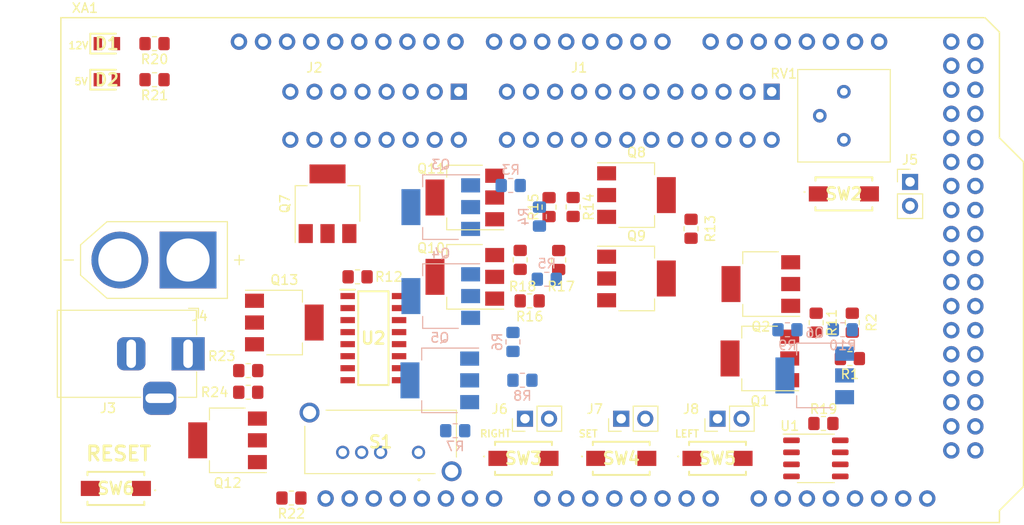
<source format=kicad_pcb>
(kicad_pcb (version 20221018) (generator pcbnew)
  (layers (0 "F.Cu" signal) (31 "B.Cu" signal) (34 "B.Paste" user) (35 "F.Paste" user) (36 "B.SilkS" user "B.Silkscreen") (37 "F.SilkS" user "F.Silkscreen") (38 "B.Mask" user) (39 "F.Mask" user) (44 "Edge.Cuts" user))
  (net 0 "")
  (net 1 "GND")
  (net 2 "Net-(D1-A)")
  (net 3 "Net-(D2-A)")
  (net 4 "/Fuel System/FUEL-GND")
  (net 8 "/MPX Transciever/MPX+")
  (net 11 "/Illumination Circuit/ILL+")
  (net 13 "/LFT-TRN")
  (net 14 "/IGN")
  (net 15 "/Illumination Circuit/ILL-GND")
  (net 17 "/Tacho Conversion/12V Out")
  (net 18 "/Speedo Conversion/SPD IN")
  (net 19 "/MPX Transciever/MPX-")
  (net 20 "/Fuel System/FUEL")
  (net 21 "Net-(J1-DISP-SW)")
  (net 22 "/Illumination Circuit/ILL-S")
  (net 24 "+12V")
  (net 29 "/Satellite Switch/RSEL")
  (net 30 "/Satellite Switch/LSEL")
  (net 31 "/Satellite Switch/SET")
  (net 34 "/RHT-TRN")
  (net 40 "Net-(Q1-B)")
  (net 41 "Net-(Q1-C)")
  (net 42 "Net-(Q2-B)")
  (net 43 "Net-(Q3-B)")
  (net 44 "Net-(Q4-B)")
  (net 45 "Net-(Q4-C)")
  (net 46 "Net-(Q5-B)")
  (net 47 "Net-(Q5-C)")
  (net 48 "/MPX-R")
  (net 49 "Net-(Q6-B)")
  (net 50 "+5V")
  (net 51 "Net-(Q7-B)")
  (net 52 "Net-(Q8-B)")
  (net 53 "Net-(Q8-C)")
  (net 54 "Net-(Q9-B)")
  (net 55 "Net-(Q10-B)")
  (net 56 "Net-(Q10-C)")
  (net 57 "Net-(Q11-B)")
  (net 58 "Net-(Q12-B)")
  (net 59 "Net-(Q12-C)")
  (net 60 "Net-(Q13-B)")
  (net 61 "/Tacho")
  (net 62 "/MPX-S")
  (net 63 "Net-(U2-0)")
  (net 64 "/LFT-T")
  (net 65 "/RHT-T")
  (net 66 "Net-(S1-COM)")
  (net 68 "/IGN_C")
  (net 71 "/CS")
  (net 72 "/MOSI")
  (net 73 "/CLK")
  (net 85 "/Speedo")
  (net 156 "Net-(SW6-NO)")
  (footprint "Resistor_SMD:R_0805_2012Metric_Pad1.20x1.40mm_HandSolder" (layer "F.Cu") (at 130.81 71.374 180)
    (fp_text reference "R1" (at 0 -1.65) (layer "F.SilkS"))
    (fp_text value "4.7k")
    (pad "1" smd roundrect (at -1 0 180) (size 1.2 1.4) (layers "F.Cu" "F.Paste" "F.Mask") (roundrect_rratio 0.2083333333) (net 61 "/Tacho"))
    (pad "2" smd roundrect (at 1 0 180) (size 1.2 1.4) (layers "F.Cu" "F.Paste" "F.Mask") (roundrect_rratio 0.2083333333) (net 40 "Net-(Q1-B)"))
  )
  (footprint "Connector_PinHeader_2.54mm:PinHeader_1x02_P2.54mm_Vertical" (layer "F.Cu") (at 137.16 52.705)
    (fp_text reference "J5" (at 0 -2.33) (layer "F.SilkS"))
    (fp_text value "Conn_01x02")
    (pad "1" thru_hole rect (at 0 0) (size 1.7 1.7) (drill 1) (layers "*.Cu" "*.Mask") (net 21 "Net-(J1-DISP-SW)"))
    (pad "2" thru_hole oval (at 0 2.54) (size 1.7 1.7) (drill 1) (layers "*.Cu" "*.Mask") (net 1 "GND"))
  )
  (footprint "Resistor_SMD:R_0805_2012Metric_Pad1.20x1.40mm_HandSolder" (layer "F.Cu") (at 57.42 38.1 180)
    (fp_text reference "R20" (at 0 -1.65) (layer "F.SilkS"))
    (fp_text value "1k")
    (pad "1" smd roundrect (at -1 0 180) (size 1.2 1.4) (layers "F.Cu" "F.Paste" "F.Mask") (roundrect_rratio 0.2083333333) (net 24 "+12V"))
    (pad "2" smd roundrect (at 1 0 180) (size 1.2 1.4) (layers "F.Cu" "F.Paste" "F.Mask") (roundrect_rratio 0.2083333333) (net 2 "Net-(D1-A)"))
  )
  (footprint "Connector_PinHeader_2.54mm:PinHeader_1x02_P2.54mm_Vertical" (layer "F.Cu") (at 96.52 77.724 90)
    (fp_text reference "J6" (at 1.016 -2.667 180) (layer "F.SilkS"))
    (fp_text value "Conn_01x02")
    (pad "1" thru_hole rect (at 0 0 90) (size 1.7 1.7) (drill 1) (layers "*.Cu" "*.Mask") (net 1 "GND"))
    (pad "2" thru_hole oval (at 0 2.54 90) (size 1.7 1.7) (drill 1) (layers "*.Cu" "*.Mask") (net 29 "/Satellite Switch/RSEL"))
  )
  (footprint "SamacSys_Parts:EVQPNF05M" (layer "F.Cu") (at 116.84 81.915)
    (fp_text reference "SW5" (at 0 0) (layer "F.SilkS") (effects (font (size 1.27 1.27) (thickness 0.254))))
    (fp_text value "SW_EVQPNF05M" hide)
    (pad "A1" smd rect (at -2.7 0 90) (size 1.6 2) (layers "F.Cu" "F.Paste" "F.Mask") (net 1 "GND"))
    (pad "B1" smd rect (at 2.7 0 90) (size 1.6 2) (layers "F.Cu" "F.Paste" "F.Mask") (net 30 "/Satellite Switch/LSEL"))
  )
  (footprint "Package_TO_SOT_SMD:SOT-223" (layer "F.Cu") (at 75.678 55.016 90)
    (fp_text reference "Q7" (at 0 -4.5 90) (layer "F.SilkS"))
    (fp_text value "PZT2222A")
    (pad "1" smd rect (at -3.15 -2.3 90) (size 2 1.5) (layers "F.Cu" "F.Paste" "F.Mask") (net 1 "GND"))
    (pad "2" smd rect (at -3.15 0 90) (size 2 1.5) (layers "F.Cu" "F.Paste" "F.Mask") (net 51 "Net-(Q7-B)"))
    (pad "3" smd rect (at -3.15 2.3 90) (size 2 1.5) (layers "F.Cu" "F.Paste" "F.Mask") (net 18 "/Speedo Conversion/SPD IN"))
    (pad "4" smd rect (at 3.15 0 90) (size 2 3.8) (layers "F.Cu" "F.Paste" "F.Mask"))
  )
  (footprint "XT60:AMASS_XT60-M" (layer "F.Cu") (at 57.36 60.96 180)
    (fp_text reference "J4" (at -4.825 -5.935 180) (layer "F.SilkS"))
    (fp_text value "XT60-M")
    (pad "N" thru_hole circle (at 3.6 0 180) (size 6 6) (drill 4.55) (layers "*.Cu" "*.Mask") (net 1 "GND"))
    (pad "P" thru_hole rect (at -3.6 0 180) (size 6 6) (drill 4.55) (layers "*.Cu" "*.Mask") (net 24 "+12V"))
  )
  (footprint "Package_TO_SOT_SMD:SOT-223" (layer "F.Cu") (at 121.31 71.36 180)
    (fp_text reference "Q1" (at 0 -4.5) (layer "F.SilkS"))
    (fp_text value "PZT2222A")
    (pad "1" smd rect (at -3.15 -2.3 180) (size 2 1.5) (layers "F.Cu" "F.Paste" "F.Mask") (net 1 "GND"))
    (pad "2" smd rect (at -3.15 0 180) (size 2 1.5) (layers "F.Cu" "F.Paste" "F.Mask") (net 40 "Net-(Q1-B)"))
    (pad "3" smd rect (at -3.15 2.3 180) (size 2 1.5) (layers "F.Cu" "F.Paste" "F.Mask") (net 41 "Net-(Q1-C)"))
    (pad "4" smd rect (at 3.15 0 180) (size 2 3.8) (layers "F.Cu" "F.Paste" "F.Mask"))
  )
  (footprint "SamacSys_Parts:SOIC127P600X175-16N" (layer "F.Cu") (at 80.518 69.215)
    (fp_text reference "U2" (at 0 0) (layer "F.SilkS") (effects (font (size 1.27 1.27) (thickness 0.254))))
    (fp_text value "CD4017BMG4" hide)
    (pad "1" smd rect (at -2.712 -4.445 90) (size 0.65 1.525) (layers "F.Cu" "F.Paste" "F.Mask"))
    (pad "2" smd rect (at -2.712 -3.175 90) (size 0.65 1.525) (layers "F.Cu" "F.Paste" "F.Mask"))
    (pad "3" smd rect (at -2.712 -1.905 90) (size 0.65 1.525) (layers "F.Cu" "F.Paste" "F.Mask") (net 63 "Net-(U2-0)"))
    (pad "4" smd rect (at -2.712 -0.635 90) (size 0.65 1.525) (layers "F.Cu" "F.Paste" "F.Mask"))
    (pad "5" smd rect (at -2.712 0.635 90) (size 0.65 1.525) (layers "F.Cu" "F.Paste" "F.Mask"))
    (pad "6" smd rect (at -2.712 1.905 90) (size 0.65 1.525) (layers "F.Cu" "F.Paste" "F.Mask"))
    (pad "7" smd rect (at -2.712 3.175 90) (size 0.65 1.525) (layers "F.Cu" "F.Paste" "F.Mask"))
    (pad "8" smd rect (at -2.712 4.445 90) (size 0.65 1.525) (layers "F.Cu" "F.Paste" "F.Mask") (net 1 "GND"))
    (pad "9" smd rect (at 2.712 4.445 90) (size 0.65 1.525) (layers "F.Cu" "F.Paste" "F.Mask"))
    (pad "10" smd rect (at 2.712 3.175 90) (size 0.65 1.525) (layers "F.Cu" "F.Paste" "F.Mask"))
    (pad "11" smd rect (at 2.712 1.905 90) (size 0.65 1.525) (layers "F.Cu" "F.Paste" "F.Mask"))
    (pad "12" smd rect (at 2.712 0.635 90) (size 0.65 1.525) (layers "F.Cu" "F.Paste" "F.Mask"))
    (pad "13" smd rect (at 2.712 -0.635 90) (size 0.65 1.525) (layers "F.Cu" "F.Paste" "F.Mask") (net 1 "GND"))
    (pad "14" smd rect (at 2.712 -1.905 90) (size 0.65 1.525) (layers "F.Cu" "F.Paste" "F.Mask") (net 85 "/Speedo"))
    (pad "15" smd rect (at 2.712 -3.175 90) (size 0.65 1.525) (layers "F.Cu" "F.Paste" "F.Mask") (net 1 "GND"))
    (pad "16" smd rect (at 2.712 -4.445 90) (size 0.65 1.525) (layers "F.Cu" "F.Paste" "F.Mask") (net 50 "+5V"))
  )
  (footprint "Resistor_SMD:R_0805_2012Metric_Pad1.20x1.40mm_HandSolder" (layer "F.Cu") (at 101.6 55.356 -90)
    (fp_text reference "R14" (at 0 -1.65 90) (layer "F.SilkS"))
    (fp_text value "4.7k")
    (pad "1" smd roundrect (at -1 0 270) (size 1.2 1.4) (layers "F.Cu" "F.Paste" "F.Mask") (roundrect_rratio 0.2083333333) (net 53 "Net-(Q8-C)"))
    (pad "2" smd roundrect (at 1 0 270) (size 1.2 1.4) (layers "F.Cu" "F.Paste" "F.Mask") (roundrect_rratio 0.2083333333) (net 54 "Net-(Q9-B)"))
  )
  (footprint "Resistor_SMD:R_0805_2012Metric_Pad1.20x1.40mm_HandSolder" (layer "F.Cu") (at 71.866 86.106 180)
    (fp_text reference "R22" (at 0 -1.65) (layer "F.SilkS"))
    (fp_text value "4.7k")
    (pad "1" smd roundrect (at -1 0 180) (size 1.2 1.4) (layers "F.Cu" "F.Paste" "F.Mask") (roundrect_rratio 0.2083333333) (net 66 "Net-(S1-COM)"))
    (pad "2" smd roundrect (at 1 0 180) (size 1.2 1.4) (layers "F.Cu" "F.Paste" "F.Mask") (roundrect_rratio 0.2083333333) (net 58 "Net-(Q12-B)"))
  )
  (footprint "Resistor_SMD:R_0805_2012Metric_Pad1.20x1.40mm_HandSolder" (layer "F.Cu") (at 96.012 60.944 -90)
    (fp_text reference "R18" (at 2.81 -0.254 -180) (layer "F.SilkS"))
    (fp_text value "22k")
    (pad "1" smd roundrect (at -1 0 270) (size 1.2 1.4) (layers "F.Cu" "F.Paste" "F.Mask") (roundrect_rratio 0.2083333333) (net 24 "+12V"))
    (pad "2" smd roundrect (at 1 0 270) (size 1.2 1.4) (layers "F.Cu" "F.Paste" "F.Mask") (roundrect_rratio 0.2083333333) (net 56 "Net-(Q10-C)"))
  )
  (footprint "SamacSys_Parts:EVQPNF05M" (layer "F.Cu") (at 130.175 53.975)
    (fp_text reference "SW2" (at 0 0) (layer "F.SilkS") (effects (font (size 1.27 1.27) (thickness 0.254))))
    (fp_text value "SW_EVQPNF05M" hide)
    (pad "A1" smd rect (at -2.7 0 90) (size 1.6 2) (layers "F.Cu" "F.Paste" "F.Mask") (net 21 "Net-(J1-DISP-SW)"))
    (pad "B1" smd rect (at 2.7 0 90) (size 1.6 2) (layers "F.Cu" "F.Paste" "F.Mask") (net 1 "GND"))
  )
  (footprint "Package_TO_SOT_SMD:SOT-223" (layer "F.Cu") (at 121.412 63.5 180)
    (fp_text reference "Q2" (at 0 -4.5) (layer "F.SilkS"))
    (fp_text value "PZT2907AT1")
    (pad "1" smd rect (at -3.15 -2.3 180) (size 2 1.5) (layers "F.Cu" "F.Paste" "F.Mask") (net 24 "+12V"))
    (pad "2" smd rect (at -3.15 0 180) (size 2 1.5) (layers "F.Cu" "F.Paste" "F.Mask") (net 42 "Net-(Q2-B)"))
    (pad "3" smd rect (at -3.15 2.3 180) (size 2 1.5) (layers "F.Cu" "F.Paste" "F.Mask") (net 17 "/Tacho Conversion/12V Out"))
    (pad "4" smd rect (at 3.15 0 180) (size 2 3.8) (layers "F.Cu" "F.Paste" "F.Mask"))
  )
  (footprint "Connector_PinHeader_2.54mm:PinHeader_1x02_P2.54mm_Vertical" (layer "F.Cu") (at 116.84 77.724 90)
    (fp_text reference "J8" (at 1.016 -2.794 180) (layer "F.SilkS"))
    (fp_text value "Conn_01x02")
    (pad "1" thru_hole rect (at 0 0 90) (size 1.7 1.7) (drill 1) (layers "*.Cu" "*.Mask") (net 1 "GND"))
    (pad "2" thru_hole oval (at 0 2.54 90) (size 1.7 1.7) (drill 1) (layers "*.Cu" "*.Mask") (net 30 "/Satellite Switch/LSEL"))
  )
  (footprint "Package_TO_SOT_SMD:SOT-223" (layer "F.Cu") (at 108.286 54.102)
    (fp_text reference "Q8" (at 0 -4.5) (layer "F.SilkS"))
    (fp_text value "PZT2222A")
    (pad "1" smd rect (at -3.15 -2.3) (size 2 1.5) (layers "F.Cu" "F.Paste" "F.Mask") (net 1 "GND"))
    (pad "2" smd rect (at -3.15 0) (size 2 1.5) (layers "F.Cu" "F.Paste" "F.Mask") (net 52 "Net-(Q8-B)"))
    (pad "3" smd rect (at -3.15 2.3) (size 2 1.5) (layers "F.Cu" "F.Paste" "F.Mask") (net 53 "Net-(Q8-C)"))
    (pad "4" smd rect (at 3.15 0) (size 2 3.8) (layers "F.Cu" "F.Paste" "F.Mask"))
  )
  (footprint "Package_TO_SOT_SMD:SOT-223" (layer "F.Cu") (at 108.286 62.912)
    (fp_text reference "Q9" (at 0 -4.5) (layer "F.SilkS"))
    (fp_text value "PZT2907AT1")
    (pad "1" smd rect (at -3.15 -2.3) (size 2 1.5) (layers "F.Cu" "F.Paste" "F.Mask") (net 24 "+12V"))
    (pad "2" smd rect (at -3.15 0) (size 2 1.5) (layers "F.Cu" "F.Paste" "F.Mask") (net 54 "Net-(Q9-B)"))
    (pad "3" smd rect (at -3.15 2.3) (size 2 1.5) (layers "F.Cu" "F.Paste" "F.Mask") (net 13 "/LFT-TRN"))
    (pad "4" smd rect (at 3.15 0) (size 2 3.8) (layers "F.Cu" "F.Paste" "F.Mask"))
  )
  (footprint "Connector_BarrelJack:BarrelJack_Horizontal" (layer "F.Cu") (at 60.96 70.866)
    (fp_text reference "J3" (at -8.45 5.75) (layer "F.SilkS"))
    (fp_text value "Barrel_Jack")
    (pad "1" thru_hole rect (at 0 0) (size 3.5 3.5) (drill oval 1 3) (layers "*.Cu" "*.Mask") (net 24 "+12V"))
    (pad "2" thru_hole roundrect (at -6 0) (size 3 3.5) (drill oval 1 3) (layers "*.Cu" "*.Mask") (net 1 "GND"))
    (pad "3" thru_hole roundrect (at -3 4.7) (size 3.5 3.5) (drill oval 3 1) (layers "*.Cu" "*.Mask"))
  )
  (footprint "Resistor_SMD:R_0805_2012Metric_Pad1.20x1.40mm_HandSolder" (layer "F.Cu") (at 67.31 72.644 180)
    (fp_text reference "R23" (at 2.794 1.524) (layer "F.SilkS"))
    (fp_text value "4.7k")
    (pad "1" smd roundrect (at -1 0 180) (size 1.2 1.4) (layers "F.Cu" "F.Paste" "F.Mask") (roundrect_rratio 0.2083333333) (net 59 "Net-(Q12-C)"))
    (pad "2" smd roundrect (at 1 0 180) (size 1.2 1.4) (layers "F.Cu" "F.Paste" "F.Mask") (roundrect_rratio 0.2083333333) (net 60 "Net-(Q13-B)"))
  )
  (footprint "Resistor_SMD:R_0805_2012Metric_Pad1.20x1.40mm_HandSolder" (layer "F.Cu") (at 78.85 62.738 180)
    (fp_text reference "R12" (at -3.302 0) (layer "F.SilkS"))
    (fp_text value "4.7k")
    (pad "1" smd roundrect (at -1 0 180) (size 1.2 1.4) (layers "F.Cu" "F.Paste" "F.Mask") (roundrect_rratio 0.2083333333) (net 63 "Net-(U2-0)"))
    (pad "2" smd roundrect (at 1 0 180) (size 1.2 1.4) (layers "F.Cu" "F.Paste" "F.Mask") (roundrect_rratio 0.2083333333) (net 51 "Net-(Q7-B)"))
  )
  (footprint "Resistor_SMD:R_0805_2012Metric_Pad1.20x1.40mm_HandSolder" (layer "F.Cu") (at 97.012 65.278 180)
    (fp_text reference "R16" (at 0 -1.65) (layer "F.SilkS"))
    (fp_text value "4.7k")
    (pad "1" smd roundrect (at -1 0 180) (size 1.2 1.4) (layers "F.Cu" "F.Paste" "F.Mask") (roundrect_rratio 0.2083333333) (net 65 "/RHT-T"))
    (pad "2" smd roundrect (at 1 0 180) (size 1.2 1.4) (layers "F.Cu" "F.Paste" "F.Mask") (roundrect_rratio 0.2083333333) (net 55 "Net-(Q10-B)"))
  )
  (footprint "SamacSys_Parts:EVQPNF05M" (layer "F.Cu") (at 96.36 81.915)
    (fp_text reference "SW3" (at 0 0) (layer "F.SilkS") (effects (font (size 1.27 1.27) (thickness 0.254))))
    (fp_text value "SW_EVQPNF05M" hide)
    (pad "A1" smd rect (at -2.7 0 90) (size 1.6 2) (layers "F.Cu" "F.Paste" "F.Mask") (net 1 "GND"))
    (pad "B1" smd rect (at 2.7 0 90) (size 1.6 2) (layers "F.Cu" "F.Paste" "F.Mask") (net 29 "/Satellite Switch/RSEL"))
  )
  (footprint "Resistor_SMD:R_0805_2012Metric_Pad1.20x1.40mm_HandSolder" (layer "F.Cu") (at 99.06 55.372 90)
    (fp_text reference "R15" (at 0 -1.65 90) (layer "F.SilkS"))
    (fp_text value "22k")
    (pad "1" smd roundrect (at -1 0 90) (size 1.2 1.4) (layers "F.Cu" "F.Paste" "F.Mask") (roundrect_rratio 0.2083333333) (net 24 "+12V"))
    (pad "2" smd roundrect (at 1 0 90) (size 1.2 1.4) (layers "F.Cu" "F.Paste" "F.Mask") (roundrect_rratio 0.2083333333) (net 53 "Net-(Q8-C)"))
  )
  (footprint "Potentiometer_THT:Potentiometer_Bourns_3386P_Vertical" (layer "F.Cu") (at 130.175 43.18 180)
    (fp_text reference "RV1" (at 6.35 1.905) (layer "F.SilkS"))
    (fp_text value "R_Potentiometer")
    (pad "1" thru_hole circle (at 0 0 180) (size 1.44 1.44) (drill 0.8) (layers "*.Cu" "*.Mask") (net 11 "/Illumination Circuit/ILL+"))
    (pad "2" thru_hole circle (at 2.54 -2.54 180) (size 1.44 1.44) (drill 0.8) (layers "*.Cu" "*.Mask") (net 22 "/Illumination Circuit/ILL-S"))
    (pad "3" thru_hole circle (at 0 -5.08 180) (size 1.44 1.44) (drill 0.8) (layers "*.Cu" "*.Mask") (net 15 "/Illumination Circuit/ILL-GND"))
  )
  (footprint "Connector_PinHeader_2.54mm:PinHeader_1x02_P2.54mm_Vertical" (layer "F.Cu") (at 106.675 77.724 90)
    (fp_text reference "J7" (at 1.016 -2.789 180) (layer "F.SilkS"))
    (fp_text value "Conn_01x02")
    (pad "1" thru_hole rect (at 0 0 90) (size 1.7 1.7) (drill 1) (layers "*.Cu" "*.Mask") (net 1 "GND"))
    (pad "2" thru_hole oval (at 0 2.54 90) (size 1.7 1.7) (drill 1) (layers "*.Cu" "*.Mask") (net 31 "/Satellite Switch/SET"))
  )
  (footprint "IS250 Interface Board:24Pin" (layer "F.Cu") (at 107.315 45.72)
    (fp_text reference "J1" (at -5.08 -5.08 unlocked) (layer "F.SilkS"))
    (fp_text value "24_Pin_Reorg")
    (pad "1" thru_hole rect (at 15.24 -2.54) (size 1.7 1.7) (drill 1) (layers "*.Cu" "*.Mask") (net 1 "GND"))
    (pad "2" thru_hole circle (at 12.7 -2.54) (size 1.7 1.7) (drill 1) (layers "*.Cu" "*.Mask") (net 4 "/Fuel System/FUEL-GND"))
    (pad "3" thru_hole circle (at 10.16 -2.54) (size 1.7 1.7) (drill 1) (layers "*.Cu" "*.Mask"))
    (pad "4" thru_hole circle (at 7.62 -2.54) (size 1.7 1.7) (drill 1) (layers "*.Cu" "*.Mask"))
    (pad "5" thru_hole circle (at 5.08 -2.54) (size 1.7 1.7) (drill 1) (layers "*.Cu" "*.Mask"))
    (pad "6" thru_hole circle (at 2.54 -2.54) (size 1.7 1.7) (drill 1) (layers "*.Cu" "*.Mask") (net 8 "/MPX Transciever/MPX+"))
    (pad "7" thru_hole circle (at 0 -2.54) (size 1.7 1.7) (drill 1) (layers "*.Cu" "*.Mask"))
    (pad "8" thru_hole circle (at -2.54 -2.54) (size 1.7 1.7) (drill 1) (layers "*.Cu" "*.Mask"))
    (pad "9" thru_hole circle (at -5.08 -2.54) (size 1.7 1.7) (drill 1) (layers "*.Cu" "*.Mask") (net 11 "/Illumination Circuit/ILL+"))
    (pad "10" thru_hole circle (at -7.62 -2.54) (size 1.7 1.7) (drill 1) (layers "*.Cu" "*.Mask"))
    (pad "11" thru_hole circle (at -10.16 -2.54) (size 1.7 1.7) (drill 1) (layers "*.Cu" "*.Mask") (net 13 "/LFT-TRN"))
    (pad "12" thru_hole circle (at -12.7 -2.54) (size 1.7 1.7) (drill 1) (layers "*.Cu" "*.Mask") (net 14 "/IGN"))
    (pad "13" thru_hole circle (at 15.24 2.54) (size 1.7 1.7) (drill 1) (layers "*.Cu" "*.Mask") (net 1 "GND"))
    (pad "14" thru_hole circle (at 12.7 2.54) (size 1.7 1.7) (drill 1) (layers "*.Cu" "*.Mask") (net 15 "/Illumination Circuit/ILL-GND"))
    (pad "15" thru_hole circle (at 10.16 2.54) (size 1.7 1.7) (drill 1) (layers "*.Cu" "*.Mask"))
    (pad "16" thru_hole circle (at 7.62 2.54) (size 1.7 1.7) (drill 1) (layers "*.Cu" "*.Mask") (net 17 "/Tacho Conversion/12V Out"))
    (pad "17" thru_hole circle (at 5.08 2.54) (size 1.7 1.7) (drill 1) (layers "*.Cu" "*.Mask") (net 18 "/Speedo Conversion/SPD IN"))
    (pad "18" thru_hole circle (at 2.54 2.54) (size 1.7 1.7) (drill 1) (layers "*.Cu" "*.Mask") (net 19 "/MPX Transciever/MPX-"))
    (pad "19" thru_hole circle (at 0 2.54) (size 1.7 1.7) (drill 1) (layers "*.Cu" "*.Mask") (net 20 "/Fuel System/FUEL"))
    (pad "20" thru_hole circle (at -2.54 2.54) (size 1.7 1.7) (drill 1) (layers "*.Cu" "*.Mask") (net 21 "Net-(J1-DISP-SW)"))
    (pad "21" thru_hole circle (at -5.08 2.54) (size 1.7 1.7) (drill 1) (layers "*.Cu" "*.Mask") (net 22 "/Illumination Circuit/ILL-S"))
    (pad "22" thru_hole circle (at -7.62 2.54) (size 1.7 1.7) (drill 1) (layers "*.Cu" "*.Mask"))
    (pad "23" thru_hole circle (at -10.16 2.54) (size 1.7 1.7) (drill 1) (layers "*.Cu" "*.Mask") (net 24 "+12V"))
    (pad "24" thru_hole circle (at -12.7 2.54) (size 1.7 1.7) (drill 1) (layers "*.Cu" "*.Mask") (net 24 "+12V"))
  )
  (footprint "SamacSys_Parts:LEDC2012X90N" (layer "F.Cu") (at 52.39 38.1)
    (fp_text reference "D1" (at 0 0) (layer "F.SilkS") (effects (font (size 1.27 1.27) (thickness 0.254))))
    (fp_text value "LO R976" hide)
    (pad "1" smd rect (at -0.95 0) (size 0.9 1.4) (layers "F.Cu" "F.Paste" "F.Mask") (net 1 "GND"))
    (pad "2" smd rect (at 0.95 0) (size 0.9 1.4) (layers "F.Cu" "F.Paste" "F.Mask") (net 2 "Net-(D1-A)"))
  )
  (footprint "Arduino:Arduino_Mega2560_Shield" (layer "F.Cu") (at 47.535 88.695)
    (fp_text reference "XA1" (at 2.54 -54.356) (layer "F.SilkS"))
    (fp_text value "Arduino_Mega2560_Shield")
    (pad "" np_thru_hole circle locked (at 13.97 -2.54) (size 3.2 3.2) (drill 3.2) (layers "*.Cu" "*.Mask"))
    (pad "" np_thru_hole circle locked (at 15.24 -50.8) (size 3.2 3.2) (drill 3.2) (layers "*.Cu" "*.Mask"))
    (pad "" thru_hole oval locked (at 27.94 -2.54) (size 1.7272 1.7272) (drill 1.016) (layers "*.Cu" "*.Mask"))
    (pad "" np_thru_hole circle locked (at 90.17 -50.8) (size 3.2 3.2) (drill 3.2) (layers "*.Cu" "*.Mask"))
    (pad "" np_thru_hole circle locked (at 96.52 -2.54) (size 3.2 3.2) (drill 3.2) (layers "*.Cu" "*.Mask"))
    (pad "3V3" thru_hole oval locked (at 35.56 -2.54) (size 1.7272 1.7272) (drill 1.016) (layers "*.Cu" "*.Mask"))
    (pad "5V1" thru_hole oval locked (at 38.1 -2.54) (size 1.7272 1.7272) (drill 1.016) (layers "*.Cu" "*.Mask") (net 50 "+5V"))
    (pad "5V3" thru_hole oval locked (at 93.98 -50.8) (size 1.7272 1.7272) (drill 1.016) (layers "*.Cu" "*.Mask"))
    (pad "5V4" thru_hole oval locked (at 96.52 -50.8) (size 1.7272 1.7272) (drill 1.016) (layers "*.Cu" "*.Mask"))
    (pad "A0" thru_hole oval locked (at 50.8 -2.54) (size 1.7272 1.7272) (drill 1.016) (layers "*.Cu" "*.Mask"))
    (pad "A1" thru_hole oval locked (at 53.34 -2.54) (size 1.7272 1.7272) (drill 1.016) (layers "*.Cu" "*.Mask"))
    (pad "A2" thru_hole oval locked (at 55.88 -2.54) (size 1.7272 1.7272) (drill 1.016) (layers "*.Cu" "*.Mask"))
    (pad "A3" thru_hole oval locked (at 58.42 -2.54) (size 1.7272 1.7272) (drill 1.016) (layers "*.Cu" "*.Mask"))
    (pad "A4" thru_hole oval locked (at 60.96 -2.54) (size 1.7272 1.7272) (drill 1.016) (layers "*.Cu" "*.Mask"))
    (pad "A5" thru_hole oval locked (at 63.5 -2.54) (size 1.7272 1.7272) (drill 1.016) (layers "*.Cu" "*.Mask"))
    (pad "A6" thru_hole oval locked (at 66.04 -2.54) (size 1.7272 1.7272) (drill 1.016) (layers "*.Cu" "*.Mask"))
    (pad "A7" thru_hole oval locked (at 68.58 -2.54) (size 1.7272 1.7272) (drill 1.016) (layers "*.Cu" "*.Mask"))
    (pad "A8" thru_hole oval locked (at 73.66 -2.54) (size 1.7272 1.7272) (drill 1.016) (layers "*.Cu" "*.Mask"))
    (pad "A9" thru_hole oval locked (at 76.2 -2.54) (size 1.7272 1.7272) (drill 1.016) (layers "*.Cu" "*.Mask"))
    (pad "A10" thru_hole oval locked (at 78.74 -2.54) (size 1.7272 1.7272) (drill 1.016) (layers "*.Cu" "*.Mask"))
    (pad "A11" thru_hole oval locked (at 81.28 -2.54) (size 1.7272 1.7272) (drill 1.016) (layers "*.Cu" "*.Mask"))
    (pad "A12" thru_hole oval locked (at 83.82 -2.54) (size 1.7272 1.7272) (drill 1.016) (layers "*.Cu" "*.Mask"))
    (pad "A13" thru_hole oval locked (at 86.36 -2.54) (size 1.7272 1.7272) (drill 1.016) (layers "*.Cu" "*.Mask"))
    (pad "A14" thru_hole oval locked (at 88.9 -2.54) (size 1.7272 1.7272) (drill 1.016) (layers "*.Cu" "*.Mask"))
    (pad "A15" thru_hole oval locked (at 91.44 -2.54) (size 1.7272 1.7272) (drill 1.016) (layers "*.Cu" "*.Mask"))
    (pad "AREF" thru_hole oval locked (at 23.876 -50.8) (size 1.7272 1.7272) (drill 1.016) (layers "*.Cu" "*.Mask"))
    (pad "D0" thru_hole oval locked (at 63.5 -50.8) (size 1.7272 1.7272) (drill 1.016) (layers "*.Cu" "*.Mask"))
    (pad "D1" thru_hole oval locked (at 60.96 -50.8) (size 1.7272 1.7272) (drill 1.016) (layers "*.Cu" "*.Mask"))
    (pad "D2" thru_hole oval locked (at 58.42 -50.8) (size 1.7272 1.7272) (drill 1.016) (layers "*.Cu" "*.Mask"))
    (pad "D3" thru_hole oval locked (at 55.88 -50.8) (size 1.7272 1.7272) (drill 1.016) (layers "*.Cu" "*.Mask"))
    (pad "D4" thru_hole oval locked (at 53.34 -50.8) (size 1.7272 1.7272) (drill 1.016) (layers "*.Cu" "*.Mask"))
    (pad "D5" thru_hole oval locked (at 50.8 -50.8) (size 1.7272 1.7272) (drill 1.016) (layers "*.Cu" "*.Mask"))
    (pad "D6" thru_hole oval locked (at 48.26 -50.8) (size 1.7272 1.7272) (drill 1.016) (layers "*.Cu" "*.Mask"))
    (pad "D7" thru_hole oval locked (at 45.72 -50.8) (size 1.7272 1.7272) (drill 1.016) (layers "*.Cu" "*.Mask"))
    (pad "D8" thru_hole oval locked (at 41.656 -50.8) (size 1.7272 1.7272) (drill 1.016) (layers "*.Cu" "*.Mask"))
    (pad "D9" thru_hole oval locked (at 39.116 -50.8) (size 1.7272 1.7272) (drill 1.016) (layers "*.Cu" "*.Mask"))
    (pad "D10" thru_hole oval locked (at 36.576 -50.8) (size 1.7272 1.7272) (drill 1.016) (layers "*.Cu" "*.Mask"))
    (pad "D11" thru_hole oval locked (at 34.036 -50.8) (size 1.7272 1.7272) (drill 1.016) (layers "*.Cu" "*.Mask"))
    (pad "D12" thru_hole oval locked (at 31.496 -50.8) (size 1.7272 1.7272) (drill 1.016) (layers "*.Cu" "*.Mask"))
    (pad "D13" thru_hole oval locked (at 28.956 -50.8) (size 1.7272 1.7272) (drill 1.016) (layers "*.Cu" "*.Mask"))
    (pad "D14" thru_hole oval locked (at 68.58 -50.8) (size 1.7272 1.7272) (drill 1.016) (layers "*.Cu" "*.Mask"))
    (pad "D15" thru_hole oval locked (at 71.12 -50.8) (size 1.7272 1.7272) (drill 1.016) (layers "*.Cu" "*.Mask"))
    (pad "D16" thru_hole oval locked (at 73.66 -50.8) (size 1.7272 1.7272) (drill 1.016) (layers "*.Cu" "*.Mask"))
    (pad "D17" thru_hole oval locked (at 76.2 -50.8) (size 1.7272 1.7272) (drill 1.016) (layers "*.Cu" "*.Mask"))
    (pad "D18" thru_hole oval locked (at 78.74 -50.8) (size 1.7272 1.7272) (drill 1.016) (layers "*.Cu" "*.Mask"))
    (pad "D19" thru_hole oval locked (at 81.28 -50.8) (size 1.7272 1.7272) (drill 1.016) (layers "*.Cu" "*.Mask"))
    (pad "D20" thru_hole oval locked (at 83.82 -50.8) (size 1.7272 1.7272) (drill 1.016) (layers "*.Cu" "*.Mask"))
    (pad "D21" thru_hole oval locked (at 86.36 -50.8) (size 1.7272 1.7272) (drill 1.016) (layers "*.Cu" "*.Mask"))
    (pad "D22" thru_hole oval locked (at 93.98 -48.26) (size 1.7272 1.7272) (drill 1.016) (layers "*.Cu" "*.Mask"))
    (pad "D23" thru_hole oval locked (at 96.52 -48.26) (size 1.7272 1.7272) (drill 1.016) (layers "*.Cu" "*.Mask"))
    (pad "D24" thru_hole oval locked (at 93.98 -45.72) (size 1.7272 1.7272) (drill 1.016) (layers "*.Cu" "*.Mask"))
    (pad "D25" thru_hole oval locked (at 96.52 -45.72) (size 1.7272 1.7272) (drill 1.016) (layers "*.Cu" "*.Mask"))
    (pad "D26" thru_hole oval locked (at 93.98 -43.18) (size 1.7272 1.7272) (drill 1.016) (layers "*.Cu" "*.Mask"))
    (pad "D27" thru_hole oval locked (at 96.52 -43.18) (size 1.7272 1.7272) (drill 1.016) (layers "*.Cu" "*.Mask"))
    (pad "D28" thru_hole oval locked (at 93.98 -40.64) (size 1.7272 1.7272) (drill 1.016) (layers "*.Cu" "*.Mask"))
    (pad "D29" thru_hole oval locked (at 96.52 -40.64) (size 1.7272 1.7272) (drill 1.016) (layers "*.Cu" "*.Mask"))
    (pad "D30" thru_hole oval locked (at 93.98 -38.1) (size 1.7272 1.7272) (drill 1.016) (layers "*.Cu" "*.Mask"))
    (pad "D31" thru_hole oval locked (at 96.52 -38.1) (size 1.7272 1.7272) (drill 1.016) (layers "*.Cu" "*.Mask"))
    (pad "D32" thru_hole oval locked (at 93.98 -35.56) (size 1.7272 1.7272) (drill 1.016) (layers "*.Cu" "*.Mask"))
    (pad "D33" thru_hole oval locked (at 96.52 -35.56) (size 1.7272 1.7272) (drill 1.016) (layers "*.Cu" "*.Mask"))
    (pad "D34" thru_hole oval locked (at 93.98 -33.02) (size 1.7272 1.7272) (drill 1.016) (layers "*.Cu" "*.Mask") (net 68 "/IGN_C"))
    (pad "D35" thru_hole oval locked (at 96.52 -33.02) (size 1.7272 1.7272) (drill 1.016) (layers "*.Cu" "*.Mask"))
    (pad "D36" thru_hole oval locked (at 93.98 -30.48) (size 1.7272 1.7272) (drill 1.016) (layers "*.Cu" "*.Mask"))
    (pad "D37" thru_hole oval locked (at 96.52 -30.48) (size 1.7272 1.7272) (drill 1.016) (layers "*.Cu" "*.Mask"))
    (pad "D38" thru_hole oval locked (at 93.98 -27.94) (size 1.7272 1.7272) (drill 1.016) (layers "*.Cu" "*.Mask") (net 64 "/LFT-T"))
    (pad "D39" thru_hole oval locked (at 96.52 -27.94) (size 1.7272 1.7272) (drill 1.016) (layers "*.Cu" "*.Mask") (net 65 "/RHT-T"))
    (pad "D40" thru_hole oval locked (at 93.98 -25.4) (size 1.7272 1.7272) (drill 1.016) (layers "*.Cu" "*.Mask"))
    (pad "D41" thru_hole oval locked (at 96.52 -25.4) (size 1.7272 1.7272) (drill 1.016) (layers "*.Cu" "*.Mask"))
    (pad "D42" thru_hole oval locked (at 93.98 -22.86) (size 1.7272 1.7272) (drill 1.016) (layers "*.Cu" "*.Mask") (net 61 "/Tacho"))
    (pad "D43" thru_hole oval locked (at 96.52 -22.86) (size 1.7272 1.7272) (drill 1.016) (layers "*.Cu" "*.Mask") (net 85 "/Speedo"))
    (pad "D44" thru_hole oval locked (at 93.98 -20.32) (size 1.7272 1.7272) (drill 1.016) (layers "*.Cu" "*.Mask"))
    (pad "D45" thru_hole oval locked (at 96.52 -20.32) (size 1.7272 1.7272) (drill 1.016) (layers "*.Cu" "*.Mask"))
    (pad "D46" thru_hole oval locked (at 93.98 -17.78) (size 1.7272 1.7272) (drill 1.016) (layers "*.Cu" "*.Mask") (net 48 "/MPX-R"))
    (pad "D47" thru_hole oval locked (at 96.52 -17.78) (size 1.7272 1.7272) (drill 1.016) (layers "*.Cu" "*.Mask") (net 62 "/MPX-S"))
    (pad "D48" thru_hole oval locked (at 93.98 -15.24) (size 1.7272 1.7272) (drill 1.016) (layers "*.Cu" "*.Mask"))
    (pad "D49" thru_hole oval locked (at 96.52 -15.24) (size 1.7272 1.7272) (drill 1.016) (layers "*.Cu" "*.Mask"))
    (pad "D50" thru_hole oval locked (at 93.98 -12.7) (size 1.7272 1.7272) (drill 1.016) (layers "*.Cu" "*.Mask"))
    (pad "D51" thru_hole oval locked (at 96.52 -12.7) (size 1.7272 1.7272) (drill 1.016) (layers "*.Cu" "*.Mask") (net 72 "/MOSI"))
    (pad "D52" thru_hole oval locked (at 93.98 -10.16) (size 1.7272 1.7272) (drill 1.016) (layers "*.Cu" "*.Mask") (net 73 "/CLK"))
    (pad "D53" thru_hole oval locked (at 96.52 -10.16) (size 1.7272 1.7272) (drill 1.016) (layers "*.Cu" "*.Mask") (net 71 "/CS"))
    (pad "GND1" thru_hole oval locked (at 26.416 -50.8) (size 1.7272 1.7272) (drill 1.016) (layers "*.Cu" "*.Mask") (net 1 "GND"))
    (pad "GND2" thru_hole oval locked (at 40.64 -2.54) (size 1.7272 1.7272) (drill 1.016) (layers "*.Cu" "*.Mask") (net 1 "GND"))
    (pad "GND3" thru_hole oval locked (at 43.18 -2.54) (size 1.7272 1.7272) (drill 1.016) (layers "*.Cu" "*.Mask"))
    (pad "GND5" thru_hole oval locked (at 93.98 -7.62) (size 1.7272 1.7272) (drill 1.016) (layers "*.Cu" "*.Mask"))
    (pad "GND6" thru_hole oval locked (at 96.52 -7.62) (size 1.7272 1.7272) (drill 1.016) (layers "*.Cu" "*.Mask") (net 1 "GND"))
    (pad "IORF" thru_hole oval locked (at 30.48 -2.54) (size 1.7272 1.7272) (drill 1.016) (layers "*.Cu" "*.Mask"))
    (pad "RST1" thru_hole oval locked (at 33.02 -2.54) (size 1.7272 1.7272) (drill 1.016) (layers "*.Cu" "*.Mask") (net 156 "Net-(SW6-NO)"))
    (pad "SCL" thru_hole oval locked (at 18.796 -50.8) (size 1.7272 1.7272) (drill 1.016) (layers "*.Cu" "*.Mask"))
    (pad "SDA" thru_hole oval locked (at 21.336 -50.8) (size 1.7272 1.7272) (drill 1.016) (layers "*.Cu" "*.Mask"))
    (pad "VIN" thru_hole oval locked (at 45.72 -2.54) (size 1.7272 1.7272) (drill 1.016) (layers "*.Cu" "*.Mask"))
  )
  (footprint "SamacSys_Parts:EVQPNF05M" (layer "F.Cu") (at 106.68 81.915)
    (fp_text reference "SW4" (at 0 0) (layer "F.SilkS") (effects (font (size 1.27 1.27) (thickness 0.254))))
    (fp_text value "SW_EVQPNF05M" hide)
    (pad "A1" smd rect (at -2.7 0 90) (size 1.6 2) (layers "F.Cu" "F.Paste" "F.Mask") (net 1 "GND"))
    (pad "B1" smd rect (at 2.7 0 90) (size 1.6 2) (layers "F.Cu" "F.Paste" "F.Mask") (net 31 "/Satellite Switch/SET"))
  )
  (footprint "SamacSys_Parts:EVQPNF05M" (layer "F.Cu") (at 53.34 85.09 180)
    (fp_text reference locked "SW6" (at 0 0 180) (layer "F.SilkS") (effects (font (size 1.27 1.27) (thickness 0.254))))
    (fp_text value "SW_EVQPNF05M" hide)
    (pad "A1" smd rect (at -2.7 0 270) (size 1.6 2) (layers "F.Cu" "F.Paste" "F.Mask") (net 156 "Net-(SW6-NO)"))
    (pad "B1" smd rect (at 2.7 0 270) (size 1.6 2) (layers "F.Cu" "F.Paste" "F.Mask") (net 1 "GND"))
  )
  (footprint "Resistor_SMD:R_0805_2012Metric_Pad1.20x1.40mm_HandSolder" (layer "F.Cu") (at 67.31 74.93 180)
    (fp_text reference "R24" (at 3.556 0) (layer "F.SilkS"))
    (fp_text value "22k")
    (pad "1" smd roundrect (at -1 0 180) (size 1.2 1.4) (layers "F.Cu" "F.Paste" "F.Mask") (roundrect_rratio 0.2083333333) (net 59 "Net-(Q12-C)"))
    (pad "2" smd roundrect (at 1 0 180) (size 1.2 1.4) (layers "F.Cu" "F.Paste" "F.Mask") (roundrect_rratio 0.2083333333) (net 24 "+12V"))
  )
  (footprint "Package_TO_SOT_SMD:SOT-223" (layer "F.Cu") (at 65.126 80.01 180)
    (fp_text reference "Q12" (at 0 -4.5 180) (layer "F.SilkS"))
    (fp_text value "PZT2222A")
    (pad "1" smd rect (at -3.15 -2.3 180) (size 2 1.5) (layers "F.Cu" "F.Paste" "F.Mask") (net 1 "GND"))
    (pad "2" smd rect (at -3.15 0 180) (size 2 1.5) (layers "F.Cu" "F.Paste" "F.Mask") (net 58 "Net-(Q12-B)"))
    (pad "3" smd rect (at -3.15 2.3 180) (size 2 1.5) (layers "F.Cu" "F.Paste" "F.Mask") (net 59 "Net-(Q12-C)"))
    (pad "4" smd rect (at 3.15 0 180) (size 2 3.8) (layers "F.Cu" "F.Paste" "F.Mask"))
  )
  (footprint "SamacSys_Parts:MHS133G04" (layer "F.Cu") (at 85.28 81.28)
    (fp_text reference "S1" (at -4 -1.1) (layer "F.SilkS") (effects (font (size 1.27 1.27) (thickness 0.254))))
    (fp_text value "MHS133G04" hide)
    (pad "1" thru_hole circle (at 0 0) (size 1.4 1.4) (drill 0.9) (layers "*.Cu" "*.Mask") (net 50 "+5V"))
    (pad "2" thru_hole circle (at -4 0) (size 1.4 1.4) (drill 0.9) (layers "*.Cu" "*.Mask") (net 66 "Net-(S1-COM)"))
    (pad "3" thru_hole circle (at -6 0) (size 1.4 1.4) (drill 0.9) (layers "*.Cu" "*.Mask"))
    (pad "4" thru_hole circle (at -8 0) (size 1.4 1.4) (drill 0.9) (layers "*.Cu" "*.Mask") (net 68 "/IGN_C"))
    (pad "MH1" thru_hole circle (at 3.5 2) (size 2.1 2.1) (drill 1.4) (layers "*.Cu" "*.Mask"))
    (pad "MH2" thru_hole circle (at -11.5 -4.2) (size 2.1 2.1) (drill 1.4) (layers "*.Cu" "*.Mask"))
  )
  (footprint "Resistor_SMD:R_0805_2012Metric_Pad1.20x1.40mm_HandSolder" (layer "F.Cu") (at 100.076 60.96 90)
    (fp_text reference "R17" (at -2.794 0.254 180) (layer "F.SilkS"))
    (fp_text value "4.7k")
    (pad "1" smd roundrect (at -1 0 90) (size 1.2 1.4) (layers "F.Cu" "F.Paste" "F.Mask") (roundrect_rratio 0.2083333333) (net 56 "Net-(Q10-C)"))
    (pad "2" smd roundrect (at 1 0 90) (size 1.2 1.4) (layers "F.Cu" "F.Paste" "F.Mask") (roundrect_rratio 0.2083333333) (net 57 "Net-(Q11-B)"))
  )
  (footprint "Resistor_SMD:R_0805_2012Metric_Pad1.20x1.40mm_HandSolder" (layer "F.Cu") (at 128.016 78.232 180)
    (fp_text reference "R19" (at -0.016 1.524) (layer "F.SilkS"))
    (fp_text value "100")
    (pad "1" smd roundrect (at -1 0 180) (size 1.2 1.4) (layers "F.Cu" "F.Paste" "F.Mask") (roundrect_rratio 0.2083333333) (net 4 "/Fuel System/FUEL-GND"))
    (pad "2" smd roundrect (at 1 0 180) (size 1.2 1.4) (layers "F.Cu" "F.Paste" "F.Mask") (roundrect_rratio 0.2083333333) (net 20 "/Fuel System/FUEL"))
  )
  (footprint "Resistor_SMD:R_0805_2012Metric_Pad1.20x1.40mm_HandSolder" (layer "F.Cu") (at 131.064 67.58 90)
    (fp_text reference "R2" (at 0.016 2.032 90) (layer "F.SilkS"))
    (fp_text value "4.7k")
    (pad "1" smd roundrect (at -1 0 90) (size 1.2 1.4) (layers "F.Cu" "F.Paste" "F.Mask") (roundrect_rratio 0.2083333333) (net 41 "Net-(Q1-C)"))
    (pad "2" smd roundrect (at 1 0 90) (size 1.2 1.4) (layers "F.Cu" "F.Paste" "F.Mask") (roundrect_rratio 0.2083333333) (net 42 "Net-(Q2-B)"))
  )
  (footprint "Package_TO_SOT_SMD:SOT-223" (layer "F.Cu") (at 90.17 62.738 180)
    (fp_text reference "Q10" (at 3.556 3.048) (layer "F.SilkS"))
    (fp_text value "PZT2222A")
    (pad "1" smd rect (at -3.15 -2.3 180) (size 2 1.5) (layers "F.Cu" "F.Paste" "F.Mask") (net 1 "GND"))
    (pad "2" smd rect (at -3.15 0 180) (size 2 1.5) (layers "F.Cu" "F.Paste" "F.Mask") (net 55 "Net-(Q10-B)"))
    (pad "3" smd rect (at -3.15 2.3 180) (size 2 1.5) (layers "F.Cu" "F.Paste" "F.Mask") (net 56 "Net-(Q10-C)"))
    (pad "4" smd rect (at 3.15 0 180) (size 2 3.8) (layers "F.Cu" "F.Paste" "F.Mask"))
  )
  (footprint "Resistor_SMD:R_0805_2012Metric_Pad1.20x1.40mm_HandSolder" (layer "F.Cu") (at 57.42 41.91 180)
    (fp_text reference "R21" (at 0 -1.65) (layer "F.SilkS"))
    (fp_text value "500")
    (pad "1" smd roundrect (at -1 0 180) (size 1.2 1.4) (layers "F.Cu" "F.Paste" "F.Mask") (roundrect_rratio 0.2083333333) (net 50 "+5V"))
    (pad "2" smd roundrect (at 1 0 180) (size 1.2 1.4) (layers "F.Cu" "F.Paste" "F.Mask") (roundrect_rratio 0.2083333333) (net 3 "Net-(D2-A)"))
  )
  (footprint "Package_TO_SOT_SMD:SOT-223" (layer "F.Cu") (at 90.17 54.356 180)
    (fp_text reference "Q11" (at 3.556 3.048) (layer "F.SilkS"))
    (fp_text value "PZT2907AT1")
    (pad "1" smd rect (at -3.15 -2.3 180) (size 2 1.5) (layers "F.Cu" "F.Paste" "F.Mask") (net 24 "+12V"))
    (pad "2" smd rect (at -3.15 0 180) (size 2 1.5) (layers "F.Cu" "F.Paste" "F.Mask") (net 57 "Net-(Q11-B)"))
    (pad "3" smd rect (at -3.15 2.3 180) (size 2 1.5) (layers "F.Cu" "F.Paste" "F.Mask") (net 34 "/RHT-TRN"))
    (pad "4" smd rect (at 3.15 0 180) (size 2 3.8) (layers "F.Cu" "F.Paste" "F.Mask"))
  )
  (footprint "Package_TO_SOT_SMD:SOT-223" (layer "F.Cu") (at 71.12 67.564)
    (fp_text reference "Q13" (at 0 -4.5) (layer "F.SilkS"))
    (fp_text value "PZT2907AT1")
    (pad "1" smd rect (at -3.15 -2.3) (size 2 1.5) (layers "F.Cu" "F.Paste" "F.Mask") (net 24 "+12V"))
    (pad "2" smd rect (at -3.15 0) (size 2 1.5) (layers "F.Cu" "F.Paste" "F.Mask") (net 60 "Net-(Q13-B)"))
    (pad "3" smd rect (at -3.15 2.3) (size 2 1.5) (layers "F.Cu" "F.Paste" "F.Mask") (net 14 "/IGN"))
    (pad "4" smd rect (at 3.15 0) (size 2 3.8) (layers "F.Cu" "F.Paste" "F.Mask"))
  )
  (footprint "IS250 Interface Board:16Pin" (layer "F.Cu") (at 79.375 45.72)
    (fp_text reference "J2" (at -5.08 -5.08 unlocked) (layer "F.SilkS"))
    (fp_text value "16_Pin")
    (pad "1" thru_hole rect (at 10.16 -2.54) (size 1.7 1.7) (drill 1) (layers "*.Cu" "*.Mask"))
    (pad "2" thru_hole circle (at 7.62 -2.54) (size 1.7 1.7) (drill 1) (layers "*.Cu" "*.Mask"))
    (pad "3" thru_hole circle (at 5.08 -2.54) (size 1.7 1.7) (drill 1) (layers "*.Cu" "*.Mask"))
    (pad "4" thru_hole circle (at 2.54 -2.54) (size 1.7 1.7) (drill 1) (layers "*.Cu" "*.Mask"))
    (pad "5" thru_hole circle (at 0 -2.54) (size 1.7 1.7) (drill 1) (layers "*.Cu" "*.Mask") (net 29 "/Satellite Switch/RSEL"))
    (pad "6" thru_hole circle (at -2.54 -2.54) (size 1.7 1.7) (drill 1) (layers "*.Cu" "*.Mask") (net 30 "/Satellite Switch/LSEL"))
    (pad "7" thru_hole circle (at -5.08 -2.54) (size 1.7 1.7) (drill 1) (layers "*.Cu" "*.Mask") (net 31 "/Satellite Switch/SET"))
    (pad "8" thru_hole circle (at -7.62 -2.54) (size 1.7 1.7) (drill 1) (layers "*.Cu" "*.Mask"))
    (pad "9" thru_hole circle (at 10.16 2.54) (size 1.7 1.7) (drill 1) (layers "*.Cu" "*.Mask"))
    (pad "10" thru_hole circle (at 7.62 2.54) (size 1.7 1.7) (drill 1) (layers "*.Cu" "*.Mask") (net 34 "/RHT-TRN"))
    (pad "11" thru_hole circle (at 5.08 2.54) (size 1.7 1.7) (drill 1) (layers "*.Cu" "*.Mask"))
    (pad "12" thru_hole circle (at 2.54 2.54) (size 1.7 1.7) (drill 1) (layers "*.Cu" "*.Mask"))
    (pad "13" thru_hole circle (at 0 2.54) (size 1.7 1.7) (drill 1) (layers "*.Cu" "*.Mask"))
    (pad "14" thru_hole circle (at -2.54 2.54) (size 1.7 1.7) (drill 1) (layers "*.Cu" "*.Mask"))
    (pad "15" thru_hole circle (at -5.08 2.54) (size 1.7 1.7) (drill 1) (layers "*.Cu" "*.Mask") (net 24 "+12V"))
    (pad "16" thru_hole circle (at -7.62 2.54) (size 1.7 1.7) (drill 1) (layers "*.Cu" "*.Mask"))
  )
  (footprint "Resistor_SMD:R_0805_2012Metric_Pad1.20x1.40mm_HandSolder" (layer "F.Cu") (at 127.254 67.58 -90)
    (fp_text reference "R11" (at 0 -1.65 90) (layer "F.SilkS"))
    (fp_text value "22k")
    (pad "1" smd roundrect (at -1 0 270) (size 1.2 1.4) (layers "F.Cu" "F.Paste" "F.Mask") (roundrect_rratio 0.2083333333) (net 24 "+12V"))
    (pad "2" smd roundrect (at 1 0 270) (size 1.2 1.4) (layers "F.Cu" "F.Paste" "F.Mask") (roundrect_rratio 0.2083333333) (net 41 "Net-(Q1-C)"))
  )
  (footprint "Package_SO:SO-8_3.9x4.9mm_P1.27mm" (layer "F.Cu") (at 127.219 81.915)
    (fp_text reference "U1" (at -2.759 -3.429) (layer "F.SilkS"))
    (fp_text value "AD8400ARZ1")
    (pad "1" smd roundrect (at -2.575 -1.905) (size 1.75 0.6) (layers "F.Cu" "F.Paste" "F.Mask") (net 20 "/Fuel System/FUEL"))
    (pad "2" smd roundrect (at -2.575 -0.635) (size 1.75 0.6) (layers "F.Cu" "F.Paste" "F.Mask") (net 1 "GND"))
    (pad "3" smd roundrect (at -2.575 0.635) (size 1.75 0.6) (layers "F.Cu" "F.Paste" "F.Mask") (net 71 "/CS"))
    (pad "4" smd roundrect (at -2.575 1.905) (size 1.75 0.6) (layers "F.Cu" "F.Paste" "F.Mask") (net 72 "/MOSI"))
    (pad "5" smd roundrect (at 2.575 1.905) (size 1.75 0.6) (layers "F.Cu" "F.Paste" "F.Mask") (net 73 "/CLK"))
    (pad "6" smd roundrect (at 2.575 0.635) (size 1.75 0.6) (layers "F.Cu" "F.Paste" "F.Mask") (net 50 "+5V"))
    (pad "7" smd roundrect (at 2.575 -0.635) (size 1.75 0.6) (layers "F.Cu" "F.Paste" "F.Mask") (net 4 "/Fuel System/FUEL-GND"))
    (pad "8" smd roundrect (at 2.575 -1.905) (size 1.75 0.6) (layers "F.Cu" "F.Paste" "F.Mask"))
  )
  (footprint "Resistor_SMD:R_0805_2012Metric_Pad1.20x1.40mm_HandSolder" (layer "F.Cu") (at 114.046 57.658 90)
    (fp_text reference "R13" (at 0 2.032 90) (layer "F.SilkS"))
    (fp_text value "4.7k")
    (pad "1" smd roundrect (at -1 0 90) (size 1.2 1.4) (layers "F.Cu" "F.Paste" "F.Mask") (roundrect_rratio 0.2083333333) (net 64 "/LFT-T"))
    (pad "2" smd roundrect (at 1 0 90) (size 1.2 1.4) (layers "F.Cu" "F.Paste" "F.Mask") (roundrect_rratio 0.2083333333) (net 52 "Net-(Q8-B)"))
  )
  (footprint "SamacSys_Parts:LEDC2012X90N" (layer "F.Cu") (at 52.39 41.91)
    (fp_text reference "D2" (at 0 0) (layer "F.SilkS") (effects (font (size 1.27 1.27) (thickness 0.254))))
    (fp_text value "LG R971" hide)
    (pad "1" smd rect (at -0.95 0) (size 0.9 1.4) (layers "F.Cu" "F.Paste" "F.Mask") (net 1 "GND"))
    (pad "2" smd rect (at 0.95 0) (size 0.9 1.4) (layers "F.Cu" "F.Paste" "F.Mask") (net 3 "Net-(D2-A)"))
  )
  (footprint "Resistor_SMD:R_0805_2012Metric_Pad1.20x1.40mm_HandSolder" (layer "B.Cu") (at 95.012 53.086 180)
    (fp_text reference "R3" (at 0 1.65) (layer "B.SilkS") (effects (justify mirror)))
    (fp_text value "10k")
    (pad "1" smd roundrect (at -1 0 180) (size 1.2 1.4) (layers "B.Cu" "B.Paste" "B.Mask") (roundrect_rratio 0.2083333333) (net 1 "GND"))
    (pad "2" smd roundrect (at 1 0 180) (size 1.2 1.4) (layers "B.Cu" "B.Paste" "B.Mask") (roundrect_rratio 0.2083333333) (net 8 "/MPX Transciever/MPX+"))
  )
  (footprint "Package_TO_SOT_SMD:SOT-223" (layer "B.Cu") (at 87.63 55.372 180)
    (fp_text reference "Q3" (at 0 4.5) (layer "B.SilkS") (effects (justify mirror)))
    (fp_text value "PZT2222A")
    (pad "1" smd rect (at -3.15 2.3 180) (size 2 1.5) (layers "B.Cu" "B.Paste" "B.Mask") (net 8 "/MPX Transciever/MPX+"))
    (pad "2" smd rect (at -3.15 0 180) (size 2 1.5) (layers "B.Cu" "B.Paste" "B.Mask") (net 43 "Net-(Q3-B)"))
    (pad "3" smd rect (at -3.15 -2.3 180) (size 2 1.5) (layers "B.Cu" "B.Paste" "B.Mask") (net 24 "+12V"))
    (pad "4" smd rect (at 3.15 0 180) (size 2 3.8) (layers "B.Cu" "B.Paste" "B.Mask"))
  )
  (footprint "Resistor_SMD:R_0805_2012Metric_Pad1.20x1.40mm_HandSolder" (layer "B.Cu") (at 98.822 62.992 180)
    (fp_text reference "R5" (at 0 1.65) (layer "B.SilkS") (effects (justify mirror)))
    (fp_text value "1k")
    (pad "1" smd roundrect (at -1 0 180) (size 1.2 1.4) (layers "B.Cu" "B.Paste" "B.Mask") (roundrect_rratio 0.2083333333) (net 24 "+12V"))
    (pad "2" smd roundrect (at 1 0 180) (size 1.2 1.4) (layers "B.Cu" "B.Paste" "B.Mask") (roundrect_rratio 0.2083333333) (net 45 "Net-(Q4-C)"))
  )
  (footprint "Resistor_SMD:R_0805_2012Metric_Pad1.20x1.40mm_HandSolder" (layer "B.Cu") (at 89.154 78.994)
    (fp_text reference "R7" (at 0 1.65) (layer "B.SilkS") (effects (justify mirror)))
    (fp_text value "10k")
    (pad "1" smd roundrect (at -1 0) (size 1.2 1.4) (layers "B.Cu" "B.Paste" "B.Mask") (roundrect_rratio 0.2083333333) (net 50 "+5V"))
    (pad "2" smd roundrect (at 1 0) (size 1.2 1.4) (layers "B.Cu" "B.Paste" "B.Mask") (roundrect_rratio 0.2083333333) (net 47 "Net-(Q5-C)"))
  )
  (footprint "Resistor_SMD:R_0805_2012Metric_Pad1.20x1.40mm_HandSolder" (layer "B.Cu") (at 96.25 73.66)
    (fp_text reference "R8" (at 0 1.65) (layer "B.SilkS") (effects (justify mirror)))
    (fp_text value "1k")
    (pad "1" smd roundrect (at -1 0) (size 1.2 1.4) (layers "B.Cu" "B.Paste" "B.Mask") (roundrect_rratio 0.2083333333) (net 46 "Net-(Q5-B)"))
    (pad "2" smd roundrect (at 1 0) (size 1.2 1.4) (layers "B.Cu" "B.Paste" "B.Mask") (roundrect_rratio 0.2083333333) (net 62 "/MPX-S"))
  )
  (footprint "Resistor_SMD:R_0805_2012Metric_Pad1.20x1.40mm_HandSolder" (layer "B.Cu") (at 130.064 68.326)
    (fp_text reference "R10" (at 0 1.65) (layer "B.SilkS") (effects (justify mirror)))
    (fp_text value "1k")
    (pad "1" smd roundrect (at -1 0) (size 1.2 1.4) (layers "B.Cu" "B.Paste" "B.Mask") (roundrect_rratio 0.2083333333) (net 1 "GND"))
    (pad "2" smd roundrect (at 1 0) (size 1.2 1.4) (layers "B.Cu" "B.Paste" "B.Mask") (roundrect_rratio 0.2083333333) (net 48 "/MPX-R"))
  )
  (footprint "Resistor_SMD:R_0805_2012Metric_Pad1.20x1.40mm_HandSolder" (layer "B.Cu") (at 124.222 68.326)
    (fp_text reference "R9" (at 0 1.65) (layer "B.SilkS") (effects (justify mirror)))
    (fp_text value "1k")
    (pad "1" smd roundrect (at -1 0) (size 1.2 1.4) (layers "B.Cu" "B.Paste" "B.Mask") (roundrect_rratio 0.2083333333) (net 19 "/MPX Transciever/MPX-"))
    (pad "2" smd roundrect (at 1 0) (size 1.2 1.4) (layers "B.Cu" "B.Paste" "B.Mask") (roundrect_rratio 0.2083333333) (net 49 "Net-(Q6-B)"))
  )
  (footprint "Resistor_SMD:R_0805_2012Metric_Pad1.20x1.40mm_HandSolder" (layer "B.Cu") (at 95.25 69.612 -90)
    (fp_text reference "R6" (at 0 1.65 90) (layer "B.SilkS") (effects (justify mirror)))
    (fp_text value "10k")
    (pad "1" smd roundrect (at -1 0 270) (size 1.2 1.4) (layers "B.Cu" "B.Paste" "B.Mask") (roundrect_rratio 0.2083333333) (net 44 "Net-(Q4-B)"))
    (pad "2" smd roundrect (at 1 0 270) (size 1.2 1.4) (layers "B.Cu" "B.Paste" "B.Mask") (roundrect_rratio 0.2083333333) (net 47 "Net-(Q5-C)"))
  )
  (footprint "Resistor_SMD:R_0805_2012Metric_Pad1.20x1.40mm_HandSolder" (layer "B.Cu") (at 98.044 56.372 -90)
    (fp_text reference "R4" (at 0 1.65 90) (layer "B.SilkS") (effects (justify mirror)))
    (fp_text value "1k")
    (pad "1" smd roundrect (at -1 0 270) (size 1.2 1.4) (layers "B.Cu" "B.Paste" "B.Mask") (roundrect_rratio 0.2083333333) (net 43 "Net-(Q3-B)"))
    (pad "2" smd roundrect (at 1 0 270) (size 1.2 1.4) (layers "B.Cu" "B.Paste" "B.Mask") (roundrect_rratio 0.2083333333) (net 45 "Net-(Q4-C)"))
  )
  (footprint "Package_TO_SOT_SMD:SOT-223" (layer "B.Cu") (at 87.528 73.674 180)
    (fp_text reference "Q5" (at 0 4.5) (layer "B.SilkS") (effects (justify mirror)))
    (fp_text value "PZT2222A")
    (pad "1" smd rect (at -3.15 2.3 180) (size 2 1.5) (layers "B.Cu" "B.Paste" "B.Mask") (net 1 "GND"))
    (pad "2" smd rect (at -3.15 0 180) (size 2 1.5) (layers "B.Cu" "B.Paste" "B.Mask") (net 46 "Net-(Q5-B)"))
    (pad "3" smd rect (at -3.15 -2.3 180) (size 2 1.5) (layers "B.Cu" "B.Paste" "B.Mask") (net 47 "Net-(Q5-C)"))
    (pad "4" smd rect (at 3.15 0 180) (size 2 3.8) (layers "B.Cu" "B.Paste" "B.Mask"))
  )
  (footprint "Package_TO_SOT_SMD:SOT-223" (layer "B.Cu") (at 87.63 64.77 180)
    (fp_text reference "Q4" (at 0 4.5) (layer "B.SilkS") (effects (justify mirror)))
    (fp_text value "PZT2222A")
    (pad "1" smd rect (at -3.15 2.3 180) (size 2 1.5) (layers "B.Cu" "B.Paste" "B.Mask") (net 1 "GND"))
    (pad "2" smd rect (at -3.15 0 180) (size 2 1.5) (layers "B.Cu" "B.Paste" "B.Mask") (net 44 "Net-(Q4-B)"))
    (pad "3" smd rect (at -3.15 -2.3 180) (size 2 1.5) (layers "B.Cu" "B.Paste" "B.Mask") (net 45 "Net-(Q4-C)"))
    (pad "4" smd rect (at 3.15 0 180) (size 2 3.8) (layers "B.Cu" "B.Paste" "B.Mask"))
  )
  (footprint "Package_TO_SOT_SMD:SOT-223" (layer "B.Cu") (at 127.102 73.152 180)
    (fp_text reference "Q6" (at 0 4.5) (layer "B.SilkS") (effects (justify mirror)))
    (fp_text value "PZT2222A")
    (pad "1" smd rect (at -3.15 2.3 180) (size 2 1.5) (layers "B.Cu" "B.Paste" "B.Mask") (net 48 "/MPX-R"))
    (pad "2" smd rect (at -3.15 0 180) (size 2 1.5) (layers "B.Cu" "B.Paste" "B.Mask") (net 49 "Net-(Q6-B)"))
    (pad "3" smd rect (at -3.15 -2.3 180) (size 2 1.5) (layers "B.Cu" "B.Paste" "B.Mask") (net 50 "+5V"))
    (pad "4" smd rect (at 3.15 0 180) (size 2 3.8) (layers "B.Cu" "B.Paste" "B.Mask"))
  )
  (gr_text "12V" (at 48.26 38.735) (layer "F.SilkS") (effects (font (size 0.75 0.75) (thickness 0.15) bold) (justify left bottom)))
  (gr_text "SET" (at 102.108 79.756) (layer "F.SilkS") (effects (font (size 0.75 0.75) (thickness 0.15) bold) (justify left bottom)))
  (gr_text "RIGHT" (at 91.694 79.756 0.75) (layer "F.SilkS") (effects (font (size 0.75 0.75) (thickness 0.15) bold) (justify left bottom)))
  (gr_text "5V" (at 48.895 42.545) (layer "F.SilkS") (effects (font (size 0.75 0.75) (thickness 0.15) bold) (justify left bottom)))
  (gr_text "LEFT" (at 112.268 79.756) (layer "F.SilkS") (effects (font (size 0.75 0.75) (thickness 0.15) bold) (justify left bottom)))
  (gr_text "RESET" (at 50.038 82.296) (layer "F.SilkS") (effects (font (size 1.5 1.5) (thickness 0.3) bold) (justify left bottom)))
)
</source>
